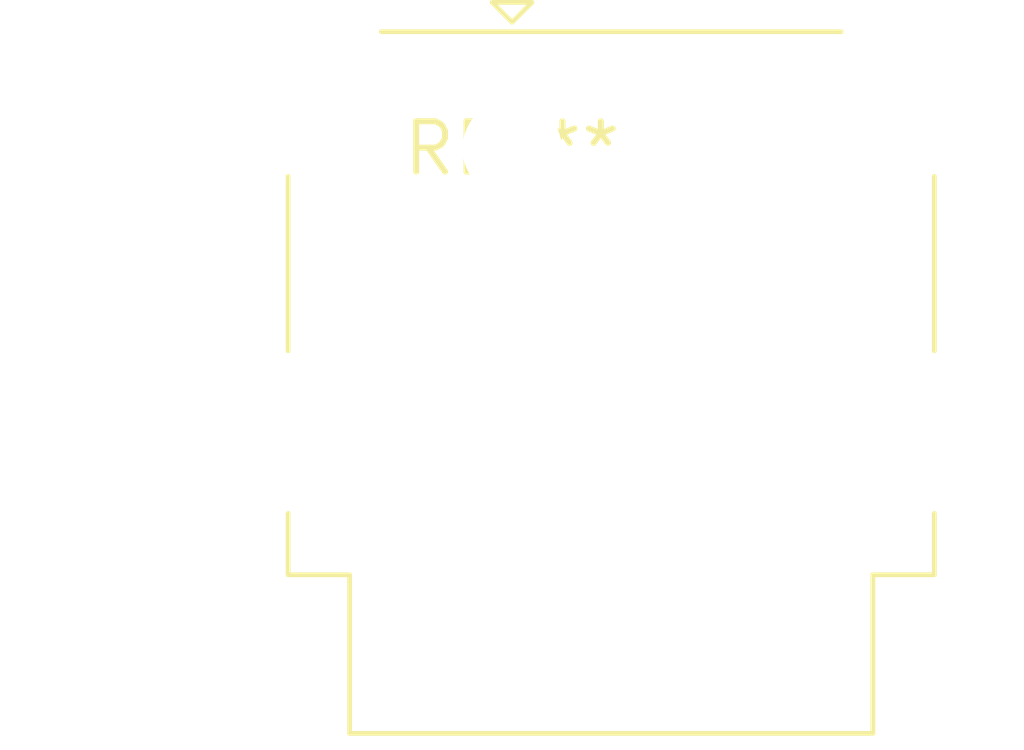
<source format=kicad_pcb>
(kicad_pcb (version 20240108) (generator pcbnew)
  (layers (0 "F.Cu" signal) (31 "B.Cu" signal) (34 "B.Paste" user) (35 "F.Paste" user) (36 "B.SilkS" user "B.Silkscreen") (37 "F.SilkS" user "F.Silkscreen") (38 "B.Mask" user) (39 "F.Mask" user) (44 "Edge.Cuts" user))
  (net 0 "")
  (footprint "CUI_PD-30S_CircularHoles" (layer "F.Cu") (at 0 0)
    (property "Reference" "REF**")
    (property "Value" "CUI_PD-30S_CircularHoles")
    (fp_line (start -5.65 5.1) (end -5.65 0.7) (layer "F.SilkS") (stroke (width 0.12)))
    (fp_line (start -5.65 10.75) (end -5.65 9.2) (layer "F.SilkS") (stroke (width 0.12)))
    (fp_line (start -4.1 10.75) (end -5.65 10.75) (layer "F.SilkS") (stroke (width 0.12)))
    (fp_line (start -4.1 14.75) (end -4.1 10.75) (layer "F.SilkS") (stroke (width 0.12)))
    (fp_line (start -3.3 -2.95) (end 8.3 -2.95) (layer "F.SilkS") (stroke (width 0.12)))
    (fp_line (start -0.5 -3.69) (end 0.5 -3.69) (layer "F.SilkS") (stroke (width 0.12)))
    (fp_line (start 0 -3.19) (end -0.5 -3.69) (layer "F.SilkS") (stroke (width 0.12)))
    (fp_line (start 0.5 -3.69) (end 0 -3.19) (layer "F.SilkS") (stroke (width 0.12)))
    (fp_line (start 9.1 10.75) (end 9.1 14.75) (layer "F.SilkS") (stroke (width 0.12)))
    (fp_line (start 9.1 14.75) (end -4.1 14.75) (layer "F.SilkS") (stroke (width 0.12)))
    (fp_line (start 10.65 0.7) (end 10.65 5.1) (layer "F.SilkS") (stroke (width 0.12)))
    (fp_line (start 10.65 9.2) (end 10.65 10.75) (layer "F.SilkS") (stroke (width 0.12)))
    (fp_line (start 10.65 10.75) (end 9.1 10.75) (layer "F.SilkS") (stroke (width 0.12)))
    (pad "" np_thru_hole circle (at 0 7.15) (size 1.7 1.7) (drill 1.7) (layers *.Cu *.Mask))
    (pad "" np_thru_hole circle (at 5 7.15) (size 1.7 1.7) (drill 1.7) (layers *.Cu *.Mask))
    (pad "1" thru_hole rect (at 0 0) (size 3.5 3.5) (drill 2.5) (layers *.Cu *.Mask) (remove_unused_layers))
    (pad "2" thru_hole circle (at 5 0) (size 3.5 3.5) (drill 2.5) (layers *.Cu *.Mask) (remove_unused_layers))
    (pad "3" thru_hole circle (at 8.5 3.15) (size 2.1 2.1) (drill 1) (layers *.Cu *.Mask) (remove_unused_layers))
    (pad "4" thru_hole circle (at 2.5 9.15) (size 3.2 3.2) (drill 2.2) (layers *.Cu *.Mask) (remove_unused_layers))
    (pad "SH" thru_hole rect (at -5.35 -1.35) (size 3.5 3.5) (drill 2.9) (layers *.Cu *.Mask) (remove_unused_layers))
    (pad "SH" thru_hole rect (at -5.35 7.15) (size 3.5 3.5) (drill 2.9) (layers *.Cu *.Mask) (remove_unused_layers))
    (pad "SH" thru_hole rect (at 10.35 -1.35) (size 3.5 3.5) (drill 2.9) (layers *.Cu *.Mask) (remove_unused_layers))
    (pad "SH" thru_hole rect (at 10.35 7.15) (size 3.5 3.5) (drill 2.9) (layers *.Cu *.Mask) (remove_unused_layers))
  )
)
</source>
